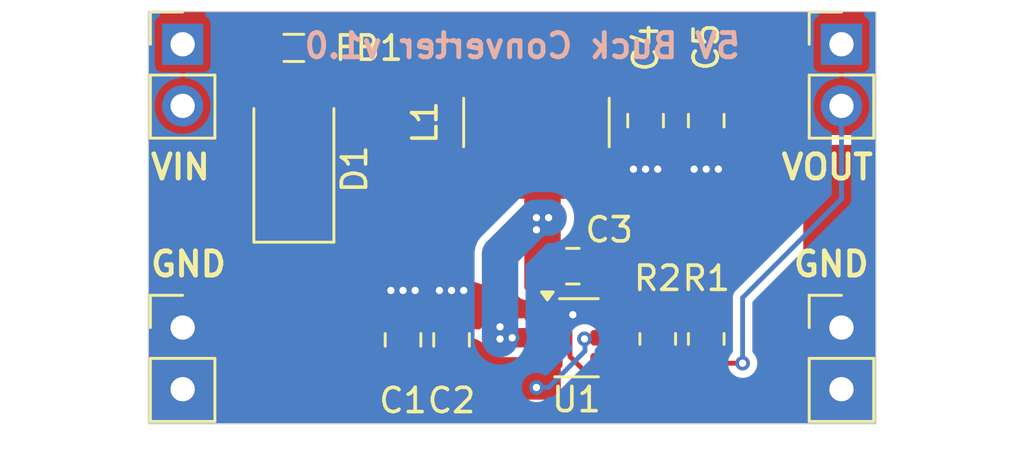
<source format=kicad_pcb>
(kicad_pcb (version 20241229) (generator "pcbnew") (generator_version "9.0")
  (layers (0 "F.Cu" signal) (2 "B.Cu" signal) (13 "F.Paste" user) (15 "B.Paste" user) (5 "F.SilkS" user "F.Silkscreen") (7 "B.SilkS" user "B.Silkscreen") (1 "F.Mask" user) (3 "B.Mask" user) (25 "Edge.Cuts" user))
  (net 0 "")
  (net 1 "GND")
  (net 2 "Net-(U1-SW)")
  (net 3 "Net-(U1-VBST)")
  (net 4 "VOUT")
  (net 5 "VIN")
  (net 6 "Net-(U1-VFB)")
  (net 7 "/VINF")
  (net 8 "Net-(D1-A)")
  (footprint "Connector_PinHeader_2.54mm:PinHeader_1x02_P2.54mm_Vertical" (layer "F.Cu") (at 182.575249 97.529986)
    (property "Reference" "J4" (hide yes))
    (property "Value" "Conn_01x02_Socket")
    (fp_line (start -1.33 -1.33) (end 0 -1.33) (stroke (width 0.12)) (layer "F.SilkS"))
    (fp_line (start -1.33 0) (end -1.33 -1.33) (stroke (width 0.12)) (layer "F.SilkS"))
    (fp_line (start -1.33 1.27) (end -1.33 3.87) (stroke (width 0.12)) (layer "F.SilkS"))
    (fp_line (start -1.33 1.27) (end 1.33 1.27) (stroke (width 0.12)) (layer "F.SilkS"))
    (fp_line (start -1.33 3.87) (end 1.33 3.87) (stroke (width 0.12)) (layer "F.SilkS"))
    (fp_line (start 1.33 1.27) (end 1.33 3.87) (stroke (width 0.12)) (layer "F.SilkS"))
    (pad "1" thru_hole rect (at 0 0) (size 1.7 1.7) (drill 1) (layers "*.Cu" "*.Mask") (net 1 "GND"))
    (pad "2" thru_hole oval (at 0 2.54) (size 1.7 1.7) (drill 1) (layers "*.Cu" "*.Mask") (net 1 "GND"))
  )
  (footprint "Capacitor_SMD:C_0805_2012Metric_Pad1.18x1.45mm_HandSolder" (layer "F.Cu") (at 174.5 89 90)
    (property "Reference" "C4" (at 3 0 90) (layer "F.SilkS"))
    (property "Value" "22u")
    (fp_line (start -0.261252 -0.735) (end 0.261252 -0.735) (stroke (width 0.12)) (layer "F.SilkS"))
    (fp_line (start -0.261252 0.735) (end 0.261252 0.735) (stroke (width 0.12)) (layer "F.SilkS"))
    (pad "1" smd roundrect (at -1.0375 0 90) (size 1.175 1.45) (layers "F.Cu" "F.Mask" "F.Paste") (roundrect_rratio 0.212766) (net 1 "GND"))
    (pad "2" smd roundrect (at 1.0375 0 90) (size 1.175 1.45) (layers "F.Cu" "F.Mask" "F.Paste") (roundrect_rratio 0.212766) (net 4 "VOUT"))
  )
  (footprint "Diode_SMD:D_SMA" (layer "F.Cu") (at 160 90.5 90)
    (property "Reference" "D1" (at -0.5 2.5 90) (layer "F.SilkS"))
    (property "Value" "SS14")
    (fp_line (start -3.51 -1.65) (end 2 -1.65) (stroke (width 0.12)) (layer "F.SilkS"))
    (fp_line (start -3.51 -1.65) (end -3.51 1.65) (stroke (width 0.12)) (layer "F.SilkS"))
    (fp_line (start -3.51 1.65) (end 2 1.65) (stroke (width 0.12)) (layer "F.SilkS"))
    (pad "1" smd roundrect (at -2 0 90) (size 2.5 1.8) (layers "F.Cu" "F.Mask" "F.Paste") (roundrect_rratio 0.1388888889) (net 7 "/VINF"))
    (pad "2" smd roundrect (at 2 0 90) (size 2.5 1.8) (layers "F.Cu" "F.Mask" "F.Paste") (roundrect_rratio 0.1388888889) (net 8 "Net-(D1-A)"))
  )
  (footprint "Inductor_SMD_Bourns:L_Bourns_SRN6045" (layer "F.Cu") (at 170 89.075 90)
    (property "Reference" "L1" (at 0 -4.6 90) (layer "F.SilkS"))
    (property "Value" "4u7")
    (fp_line (start -1 -3) (end 1 -3) (stroke (width 0.12)) (layer "F.SilkS"))
    (fp_line (start 1 3) (end -1 3) (stroke (width 0.12)) (layer "F.SilkS"))
    (pad "1" smd rect (at -2.145 0 90) (size 2 6) (layers "F.Cu" "F.Mask" "F.Paste") (net 2 "Net-(U1-SW)"))
    (pad "2" smd rect (at 2.155 0 90) (size 2 6) (layers "F.Cu" "F.Mask" "F.Paste") (net 4 "VOUT"))
  )
  (footprint "Resistor_SMD:R_0805_2012Metric_Pad1.20x1.40mm_HandSolder" (layer "F.Cu") (at 175 98 -90)
    (property "Reference" "R2" (at -2.5 0 0) (layer "F.SilkS"))
    (property "Value" "10K")
    (fp_line (start -0.227064 0.735) (end 0.227064 0.735) (stroke (width 0.12)) (layer "F.SilkS"))
    (fp_line (start -0.227064 -0.735) (end 0.227064 -0.735) (stroke (width 0.12)) (layer "F.SilkS"))
    (pad "1" smd roundrect (at -1 0 270) (size 1.2 1.4) (layers "F.Cu" "F.Mask" "F.Paste") (roundrect_rratio 0.208333) (net 6 "Net-(U1-VFB)"))
    (pad "2" smd roundrect (at 1 0 270) (size 1.2 1.4) (layers "F.Cu" "F.Mask" "F.Paste") (roundrect_rratio 0.208333) (net 1 "GND"))
  )
  (footprint "Connector_PinHeader_2.54mm:PinHeader_1x02_P2.54mm_Vertical" (layer "F.Cu") (at 182.575249 85.850986)
    (property "Reference" "J3" (hide yes))
    (property "Value" "Conn_01x02_Socket")
    (fp_line (start -1.33 -1.33) (end 0 -1.33) (stroke (width 0.12)) (layer "F.SilkS"))
    (fp_line (start -1.33 0) (end -1.33 -1.33) (stroke (width 0.12)) (layer "F.SilkS"))
    (fp_line (start -1.33 1.27) (end -1.33 3.87) (stroke (width 0.12)) (layer "F.SilkS"))
    (fp_line (start -1.33 1.27) (end 1.33 1.27) (stroke (width 0.12)) (layer "F.SilkS"))
    (fp_line (start -1.33 3.87) (end 1.33 3.87) (stroke (width 0.12)) (layer "F.SilkS"))
    (fp_line (start 1.33 1.27) (end 1.33 3.87) (stroke (width 0.12)) (layer "F.SilkS"))
    (pad "1" thru_hole rect (at 0 0) (size 1.7 1.7) (drill 1) (layers "*.Cu" "*.Mask") (net 4 "VOUT"))
    (pad "2" thru_hole oval (at 0 2.54) (size 1.7 1.7) (drill 1) (layers "*.Cu" "*.Mask") (net 4 "VOUT"))
  )
  (footprint "Package_TO_SOT_SMD:SOT-23-6_Handsoldering" (layer "F.Cu") (at 171.65 97.95)
    (property "Reference" "U1" (at 0 2.55 0) (layer "F.SilkS"))
    (property "Value" "TPS562209")
    (fp_line (start -0.9 1.61) (end 0.9 1.61) (stroke (width 0.12)) (layer "F.SilkS"))
    (fp_line (start 0.1 -1.61) (end -0.7 -1.61) (stroke (width 0.12)) (layer "F.SilkS"))
    (fp_line (start 0.1 -1.61) (end 0.9 -1.61) (stroke (width 0.12)) (layer "F.SilkS"))
    (fp_poly (pts (xy -1.2 -1.56) (xy -1.44 -1.89) (xy -0.96 -1.89) (xy -1.2 -1.56)) (stroke (width 0.12)) (fill yes) (layer "F.SilkS"))
    (pad "1" smd roundrect (at -1.35 -0.95) (size 1.56 0.65) (layers "F.Cu" "F.Mask" "F.Paste") (net 1 "GND"))
    (pad "2" smd roundrect (at -1.35 0) (size 1.56 0.65) (layers "F.Cu" "F.Mask" "F.Paste") (net 2 "Net-(U1-SW)"))
    (pad "3" smd roundrect (at -1.35 0.95) (size 1.56 0.65) (layers "F.Cu" "F.Mask" "F.Paste") (net 7 "/VINF"))
    (pad "4" smd roundrect (at 1.35 0.95) (size 1.56 0.65) (layers "F.Cu" "F.Mask" "F.Paste") (net 6 "Net-(U1-VFB)"))
    (pad "5" smd roundrect (at 1.35 0) (size 1.56 0.65) (layers "F.Cu" "F.Mask" "F.Paste") (net 7 "/VINF"))
    (pad "6" smd roundrect (at 1.35 -0.95) (size 1.56 0.65) (layers "F.Cu" "F.Mask" "F.Paste") (net 3 "Net-(U1-VBST)"))
  )
  (footprint "Inductor_SMD:L_0805_2012Metric_Pad1.05x1.20mm_HandSolder" (layer "F.Cu") (at 160 86)
    (property "Reference" "FB1" (at 3.09 0.01 0) (layer "F.SilkS"))
    (property "Value" "FerriteBead")
    (fp_line (start -0.410242 -0.56) (end 0.410242 -0.56) (stroke (width 0.12)) (layer "F.SilkS"))
    (fp_line (start -0.410242 0.56) (end 0.410242 0.56) (stroke (width 0.12)) (layer "F.SilkS"))
    (pad "1" smd roundrect (at -1.15 0) (size 1.05 1.2) (layers "F.Cu" "F.Mask" "F.Paste") (roundrect_rratio 0.238095) (net 5 "VIN"))
    (pad "2" smd roundrect (at 1.15 0) (size 1.05 1.2) (layers "F.Cu" "F.Mask" "F.Paste") (roundrect_rratio 0.238095) (net 8 "Net-(D1-A)"))
  )
  (footprint "Resistor_SMD:R_0805_2012Metric_Pad1.20x1.40mm_HandSolder" (layer "F.Cu") (at 177 98 90)
    (property "Reference" "R1" (at 2.5 0 0) (layer "F.SilkS"))
    (property "Value" "56K2")
    (fp_line (start -0.227064 -0.735) (end 0.227064 -0.735) (stroke (width 0.12)) (layer "F.SilkS"))
    (fp_line (start -0.227064 0.735) (end 0.227064 0.735) (stroke (width 0.12)) (layer "F.SilkS"))
    (pad "1" smd roundrect (at -1 0 90) (size 1.2 1.4) (layers "F.Cu" "F.Mask" "F.Paste") (roundrect_rratio 0.208333) (net 4 "VOUT"))
    (pad "2" smd roundrect (at 1 0 90) (size 1.2 1.4) (layers "F.Cu" "F.Mask" "F.Paste") (roundrect_rratio 0.208333) (net 6 "Net-(U1-VFB)"))
  )
  (footprint "Capacitor_SMD:C_0805_2012Metric_Pad1.18x1.45mm_HandSolder" (layer "F.Cu") (at 166.5 98.0375 90)
    (property "Reference" "C2" (at -2.5 0 180) (layer "F.SilkS"))
    (property "Value" "10u")
    (fp_line (start -0.261252 -0.735) (end 0.261252 -0.735) (stroke (width 0.12)) (layer "F.SilkS"))
    (fp_line (start -0.261252 0.735) (end 0.261252 0.735) (stroke (width 0.12)) (layer "F.SilkS"))
    (pad "1" smd roundrect (at -1.0375 0 90) (size 1.175 1.45) (layers "F.Cu" "F.Mask" "F.Paste") (roundrect_rratio 0.212766) (net 7 "/VINF"))
    (pad "2" smd roundrect (at 1.0375 0 90) (size 1.175 1.45) (layers "F.Cu" "F.Mask" "F.Paste") (roundrect_rratio 0.212766) (net 1 "GND"))
  )
  (footprint "Connector_PinHeader_2.54mm:PinHeader_1x02_P2.54mm_Vertical" (layer "F.Cu") (at 155.415 97.529986)
    (property "Reference" "J2" (hide yes))
    (property "Value" "Conn_01x02_Socket")
    (fp_line (start -1.33 -1.33) (end 0 -1.33) (stroke (width 0.12)) (layer "F.SilkS"))
    (fp_line (start -1.33 0) (end -1.33 -1.33) (stroke (width 0.12)) (layer "F.SilkS"))
    (fp_line (start -1.33 1.27) (end -1.33 3.87) (stroke (width 0.12)) (layer "F.SilkS"))
    (fp_line (start -1.33 1.27) (end 1.33 1.27) (stroke (width 0.12)) (layer "F.SilkS"))
    (fp_line (start -1.33 3.87) (end 1.33 3.87) (stroke (width 0.12)) (layer "F.SilkS"))
    (fp_line (start 1.33 1.27) (end 1.33 3.87) (stroke (width 0.12)) (layer "F.SilkS"))
    (pad "1" thru_hole rect (at 0 0) (size 1.7 1.7) (drill 1) (layers "*.Cu" "*.Mask") (net 1 "GND"))
    (pad "2" thru_hole oval (at 0 2.54) (size 1.7 1.7) (drill 1) (layers "*.Cu" "*.Mask") (net 1 "GND"))
  )
  (footprint "Capacitor_SMD:C_0805_2012Metric_Pad1.18x1.45mm_HandSolder" (layer "F.Cu") (at 164.5 98.0375 90)
    (property "Reference" "C1" (at -2.5 0 180) (layer "F.SilkS"))
    (property "Value" "10u")
    (fp_line (start -0.261252 -0.735) (end 0.261252 -0.735) (stroke (width 0.12)) (layer "F.SilkS"))
    (fp_line (start -0.261252 0.735) (end 0.261252 0.735) (stroke (width 0.12)) (layer "F.SilkS"))
    (pad "1" smd roundrect (at -1.0375 0 90) (size 1.175 1.45) (layers "F.Cu" "F.Mask" "F.Paste") (roundrect_rratio 0.212766) (net 7 "/VINF"))
    (pad "2" smd roundrect (at 1.0375 0 90) (size 1.175 1.45) (layers "F.Cu" "F.Mask" "F.Paste") (roundrect_rratio 0.212766) (net 1 "GND"))
  )
  (footprint "Capacitor_SMD:C_0805_2012Metric_Pad1.18x1.45mm_HandSolder" (layer "F.Cu") (at 177 89 -90)
    (property "Reference" "C5" (at -3.0375 0 90) (layer "F.SilkS"))
    (property "Value" "22u")
    (fp_line (start -0.261252 0.735) (end 0.261252 0.735) (stroke (width 0.12)) (layer "F.SilkS"))
    (fp_line (start -0.261252 -0.735) (end 0.261252 -0.735) (stroke (width 0.12)) (layer "F.SilkS"))
    (pad "1" smd roundrect (at -1.0375 0 270) (size 1.175 1.45) (layers "F.Cu" "F.Mask" "F.Paste") (roundrect_rratio 0.212766) (net 4 "VOUT"))
    (pad "2" smd roundrect (at 1.0375 0 270) (size 1.175 1.45) (layers "F.Cu" "F.Mask" "F.Paste") (roundrect_rratio 0.212766) (net 1 "GND"))
  )
  (footprint "Connector_PinHeader_2.54mm:PinHeader_1x02_P2.54mm_Vertical" (layer "F.Cu") (at 155.415 85.850986)
    (property "Reference" "J1" (hide yes))
    (property "Value" "Conn_01x02_Socket")
    (fp_line (start -1.33 -1.33) (end 0 -1.33) (stroke (width 0.12)) (layer "F.SilkS"))
    (fp_line (start -1.33 0) (end -1.33 -1.33) (stroke (width 0.12)) (layer "F.SilkS"))
    (fp_line (start -1.33 1.27) (end -1.33 3.87) (stroke (width 0.12)) (layer "F.SilkS"))
    (fp_line (start -1.33 1.27) (end 1.33 1.27) (stroke (width 0.12)) (layer "F.SilkS"))
    (fp_line (start -1.33 3.87) (end 1.33 3.87) (stroke (width 0.12)) (layer "F.SilkS"))
    (fp_line (start 1.33 1.27) (end 1.33 3.87) (stroke (width 0.12)) (layer "F.SilkS"))
    (pad "1" thru_hole rect (at 0 0) (size 1.7 1.7) (drill 1) (layers "*.Cu" "*.Mask") (net 5 "VIN"))
    (pad "2" thru_hole oval (at 0 2.54) (size 1.7 1.7) (drill 1) (layers "*.Cu" "*.Mask") (net 5 "VIN"))
  )
  (footprint "Capacitor_SMD:C_0805_2012Metric_Pad1.18x1.45mm_HandSolder" (layer "F.Cu") (at 171.5 95)
    (property "Reference" "C3" (at 1.5 -1.5 180) (layer "F.SilkS"))
    (property "Value" "100n")
    (fp_line (start -0.261252 -0.735) (end 0.261252 -0.735) (stroke (width 0.12)) (layer "F.SilkS"))
    (fp_line (start -0.261252 0.735) (end 0.261252 0.735) (stroke (width 0.12)) (layer "F.SilkS"))
    (pad "1" smd roundrect (at -1.0375 0) (size 1.175 1.45) (layers "F.Cu" "F.Mask" "F.Paste") (roundrect_rratio 0.212766) (net 2 "Net-(U1-SW)"))
    (pad "2" smd roundrect (at 1.0375 0) (size 1.175 1.45) (layers "F.Cu" "F.Mask" "F.Paste") (roundrect_rratio 0.212766) (net 3 "Net-(U1-VBST)"))
  )
  (gr_rect (start 154 84.5) (end 184 101.5) (stroke (width 0.05)) (fill no) (layer "Edge.Cuts"))
  (gr_text "VIN" (at 154 91.5 0) (layer "F.SilkS") (effects (font (size 1 1) (thickness 0.2) (bold yes)) (justify left bottom)))
  (gr_text "VOUT" (at 180 91.5 0) (layer "F.SilkS") (effects (font (size 1 1) (thickness 0.2) (bold yes)) (justify left bottom)))
  (gr_text "GND" (at 180.5 95.5 0) (layer "F.SilkS") (effects (font (size 1 1) (thickness 0.2) (bold yes)) (justify left bottom)))
  (gr_text "GND" (at 154 95.5 0) (layer "F.SilkS") (effects (font (size 1 1) (thickness 0.2) (bold yes)) (justify left bottom)))
  (gr_text "5V Buck Converter v1.0" (at 178.5 86.5 0) (layer "B.SilkS") (effects (font (size 1 1) (thickness 0.2) (bold yes)) (justify left bottom mirror)))
  (segment (start 170.3 97) (end 171.5 97) (width 0.2) (layer "F.Cu") (net 1))
  (segment (start 171.381 97.381) (end 171 97) (width 0.2) (layer "F.Cu") (net 1))
  (segment (start 171.381 98.72099) (end 171.381 97.381) (width 0.2) (layer "F.Cu") (net 1))
  (segment (start 175 99) (end 174.474 99.526) (width 0.2) (layer "F.Cu") (net 1))
  (segment (start 171 97) (end 170.3 97) (width 0.2) (layer "F.Cu") (net 1))
  (segment (start 172.18601 99.526) (end 171.381 98.72099) (width 0.2) (layer "F.Cu") (net 1))
  (segment (start 174.474 99.526) (end 172.18601 99.526) (width 0.2) (layer "F.Cu") (net 1))
  (via (at 175 91) (size 0.6) (drill 0.3) (layers "F.Cu" "B.Cu") (net 1))
  (via (at 164 96) (size 0.6) (drill 0.3) (layers "F.Cu" "B.Cu") (net 1))
  (via (at 165 96) (size 0.6) (drill 0.3) (layers "F.Cu" "B.Cu") (net 1))
  (via (at 177.5 91) (size 0.6) (drill 0.3) (layers "F.Cu" "B.Cu") (net 1))
  (via (at 166 96) (size 0.6) (drill 0.3) (layers "F.Cu" "B.Cu") (net 1))
  (via (at 176.5 91) (size 0.6) (drill 0.3) (layers "F.Cu" "B.Cu") (net 1))
  (via (at 164.5 96) (size 0.6) (drill 0.3) (layers "F.Cu" "B.Cu") (net 1))
  (via (at 174 91) (size 0.6) (drill 0.3) (layers "F.Cu" "B.Cu") (net 1))
  (via (at 167 96) (size 0.6) (drill 0.3) (layers "F.Cu" "B.Cu") (net 1))
  (via (at 174.5 91) (size 0.6) (drill 0.3) (layers "F.Cu" "B.Cu") (net 1))
  (via (at 177 91) (size 0.6) (drill 0.3) (layers "F.Cu" "B.Cu") (net 1))
  (via (at 171.5 97) (size 0.6) (drill 0.3) (layers "F.Cu" "B.Cu") (net 1))
  (via (at 166.5 96) (size 0.6) (drill 0.3) (layers "F.Cu" "B.Cu") (net 1))
  (segment (start 168.55 97.95) (end 169 97.95) (width 0.8) (layer "F.Cu") (net 2))
  (segment (start 168.5 98) (end 168.55 97.95) (width 0.2) (layer "F.Cu") (net 2))
  (segment (start 169 97.95) (end 170.3 97.95) (width 0.8) (layer "F.Cu") (net 2))
  (via (at 168.5 98) (size 0.6) (drill 0.3) (layers "F.Cu" "B.Cu") (net 2))
  (via (at 169 97.95) (size 0.6) (drill 0.3) (layers "F.Cu" "B.Cu") (net 2))
  (via (at 170 93) (size 0.6) (drill 0.3) (layers "F.Cu" "B.Cu") (net 2))
  (via (at 170.5 93) (size 0.6) (drill 0.3) (layers "F.Cu" "B.Cu") (net 2))
  (via (at 170 93.5) (size 0.6) (drill 0.3) (layers "F.Cu" "B.Cu") (net 2))
  (via (at 168.5 97.5) (size 0.6) (drill 0.3) (layers "F.Cu" "B.Cu") (net 2))
  (segment (start 170 93) (end 170.5 93) (width 1.5) (layer "B.Cu") (net 2))
  (segment (start 169.75 93.25) (end 170 93) (width 1.5) (layer "B.Cu") (net 2))
  (segment (start 168.5 94.5) (end 169.75 93.25) (width 1.5) (layer "B.Cu") (net 2))
  (segment (start 168.5 97.5) (end 168.5 98) (width 1.5) (layer "B.Cu") (net 2))
  (segment (start 168.5 94.5) (end 168.5 97.5) (width 1.5) (layer "B.Cu") (net 2))
  (segment (start 173 97) (end 173 96.5) (width 0.2) (layer "F.Cu") (net 3))
  (segment (start 172.5375 96.0375) (end 172.5375 95) (width 0.2) (layer "F.Cu") (net 3))
  (segment (start 173 96.5) (end 172.5375 96.0375) (width 0.2) (layer "F.Cu") (net 3))
  (segment (start 177 99) (end 178.5 99) (width 0.2) (layer "F.Cu") (net 4))
  (via (at 178.5 99) (size 0.6) (drill 0.3) (layers "F.Cu" "B.Cu") (net 4))
  (segment (start 178.5 96.298) (end 182.575249 92.222751) (width 0.2) (layer "B.Cu") (net 4))
  (segment (start 182.575249 92.222751) (end 182.575249 88.390986) (width 0.2) (layer "B.Cu") (net 4))
  (segment (start 178.5 99) (end 178.5 96.298) (width 0.2) (layer "B.Cu") (net 4))
  (segment (start 175 97) (end 176.599 97) (width 0.2) (layer "F.Cu") (net 6))
  (segment (start 175 97.38999) (end 175 97) (width 0.2) (layer "F.Cu") (net 6))
  (segment (start 173 98.9) (end 173.48999 98.9) (width 0.2) (layer "F.Cu") (net 6))
  (segment (start 173.48999 98.9) (end 175 97.38999) (width 0.2) (layer "F.Cu") (net 6))
  (segment (start 172.003619 97.996381) (end 172.05 97.95) (width 0.2) (layer "F.Cu") (net 7))
  (segment (start 171.981 97.996381) (end 172.003619 97.996381) (width 0.2) (layer "F.Cu") (net 7))
  (segment (start 172.05 97.95) (end 173 97.95) (width 0.2) (layer "F.Cu") (net 7))
  (via (at 171.981 97.996381) (size 0.6) (drill 0.3) (layers "F.Cu" "B.Cu") (net 7))
  (via (at 170 100) (size 0.6) (drill 0.3) (layers "F.Cu" "B.Cu") (net 7))
  (segment (start 172 98.5) (end 170.5 100) (width 0.2) (layer "B.Cu") (net 7))
  (segment (start 170.5 100) (end 170 100) (width 0.2) (layer "B.Cu") (net 7))
  (segment (start 171.981 97.996381) (end 172 98.015381) (width 0.2) (layer "B.Cu") (net 7))
  (segment (start 172 98.015381) (end 172 98.5) (width 0.2) (layer "B.Cu") (net 7))
  (zone (net 4) (net_name "VOUT") (layer "F.Cu") (priority 1) (connect_pads yes (clearance 0.4)) (min_thickness 0.25) (fill yes (thermal_gap 0.5) (thermal_bridge_width 0.5))
    (polygon (pts (xy 167 89) (xy 178.5 89) (xy 178.5 90) (xy 184 90) (xy 184 84.5) (xy 167 84.5)))
  )
  (zone (net 5) (net_name "VIN") (layer "F.Cu") (priority 4) (connect_pads yes (clearance 0.4)) (min_thickness 0.25) (fill yes (thermal_gap 0.5) (thermal_bridge_width 0.5))
    (polygon (pts (xy 158.5 90.5) (xy 158.5 87) (xy 159.5 87) (xy 159.5 84.5) (xy 154 84.5) (xy 154 90.5)))
  )
  (zone (net 2) (net_name "Net-(U1-SW)") (layer "F.Cu") (priority 8) (connect_pads yes (clearance 0.4)) (min_thickness 0.25) (fill yes (thermal_gap 0.5) (thermal_bridge_width 0.5))
    (polygon (pts (xy 169.5 92) (xy 169.5 96) (xy 171 96) (xy 171 92)))
  )
  (zone (net 1) (net_name "GND") (layer "F.Cu") (priority 6) (connect_pads yes (clearance 0.4)) (min_thickness 0.25) (fill yes (thermal_gap 0.5) (thermal_bridge_width 0.5))
    (polygon (pts (xy 184 90) (xy 178.5 90) (xy 178.5 89) (xy 173.5 89) (xy 173.5 91.5) (xy 181 91.5) (xy 181 101.5) (xy 184 101.5)))
  )
  (zone (net 1) (net_name "GND") (layer "F.Cu") (connect_pads yes (clearance 0.4)) (min_thickness 0.25) (fill yes (thermal_gap 0.5) (thermal_bridge_width 0.5))
    (polygon (pts (xy 167 95.5) (xy 171 96.833333) (xy 171 97.5) (xy 167.75 97.5) (xy 167.5 98) (xy 163.5 98) (xy 163.5 95.5)))
  )
  (zone (net 8) (net_name "Net-(D1-A)") (layer "F.Cu") (priority 7) (connect_pads yes (clearance 0.4)) (min_thickness 0.25) (fill yes (thermal_gap 0.5) (thermal_bridge_width 0.5))
    (polygon (pts (xy 160.5 85) (xy 161.77 85) (xy 161.77 90.5) (xy 158.5 90.5) (xy 158.5 87) (xy 160.5 87)))
  )
  (zone (net 7) (net_name "/VINF") (layer "F.Cu") (priority 2) (connect_pads yes (clearance 0.4)) (min_thickness 0.25) (fill yes (thermal_gap 0.5) (thermal_bridge_width 0.5))
    (polygon (pts (xy 161.5 98) (xy 161.5 90.5) (xy 158.5 90.5) (xy 158.5 100.504267) (xy 171.001044 100.5024) (xy 171.00312 98.519501) (xy 168.50312 98.519501) (xy 167.5 98)))
  )
  (zone (net 1) (net_name "GND") (layer "B.Cu") (priority 3) (connect_pads yes (clearance 0.3)) (min_thickness 0.25) (fill yes (thermal_gap 0.5) (thermal_bridge_width 0.5))
    (polygon (pts (xy 154 84.5) (xy 184 84.5) (xy 184 101.5) (xy 154 101.5)))
  )
)
</source>
